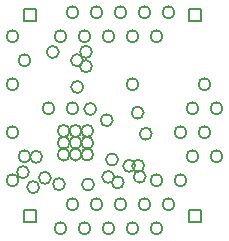
<source format=gbr>
%TF.GenerationSoftware,Altium Limited,Altium Designer,21.3.2 (30)*%
G04 Layer_Color=2752767*
%FSLAX26Y26*%
%MOIN*%
%TF.SameCoordinates,7249F2FC-C291-4BAF-AEBD-B68F3D0C2602*%
%TF.FilePolarity,Positive*%
%TF.FileFunction,Drawing*%
%TF.Part,Single*%
G01*
G75*
%TA.AperFunction,NonConductor*%
%ADD45C,0.005000*%
%ADD46C,0.006667*%
D45*
X4110000Y3330000D02*
Y3370000D01*
X4150000D01*
Y3330000D01*
X4110000D01*
Y2660000D02*
Y2700000D01*
X4150000D01*
Y2660000D01*
X4110000D01*
X3560000D02*
Y2700000D01*
X3600000D01*
Y2660000D01*
X3560000D01*
Y3330000D02*
Y3370000D01*
X3600000D01*
Y3330000D01*
X3560000D01*
D46*
X4180000Y3120000D02*
G03*
X4180000Y3120000I-20000J0D01*
G01*
X4220000Y3040000D02*
G03*
X4220000Y3040000I-20000J0D01*
G01*
X4180000Y2960000D02*
G03*
X4180000Y2960000I-20000J0D01*
G01*
X4220000Y2880000D02*
G03*
X4220000Y2880000I-20000J0D01*
G01*
X4140000Y3040000D02*
G03*
X4140000Y3040000I-20000J0D01*
G01*
X4100000Y2960000D02*
G03*
X4100000Y2960000I-20000J0D01*
G01*
X4140000Y2880000D02*
G03*
X4140000Y2880000I-20000J0D01*
G01*
X4100000Y2800000D02*
G03*
X4100000Y2800000I-20000J0D01*
G01*
X4060000Y3360000D02*
G03*
X4060000Y3360000I-20000J0D01*
G01*
X4020000Y3280000D02*
G03*
X4020000Y3280000I-20000J0D01*
G01*
Y2800000D02*
G03*
X4020000Y2800000I-20000J0D01*
G01*
X4060000Y2720000D02*
G03*
X4060000Y2720000I-20000J0D01*
G01*
X4020000Y2640000D02*
G03*
X4020000Y2640000I-20000J0D01*
G01*
X3980000Y3360000D02*
G03*
X3980000Y3360000I-20000J0D01*
G01*
X3940000Y3280000D02*
G03*
X3940000Y3280000I-20000J0D01*
G01*
Y3120000D02*
G03*
X3940000Y3120000I-20000J0D01*
G01*
X3980000Y2720000D02*
G03*
X3980000Y2720000I-20000J0D01*
G01*
X3940000Y2640000D02*
G03*
X3940000Y2640000I-20000J0D01*
G01*
X3900000Y3360000D02*
G03*
X3900000Y3360000I-20000J0D01*
G01*
X3860000Y3280000D02*
G03*
X3860000Y3280000I-20000J0D01*
G01*
X3900000Y2720000D02*
G03*
X3900000Y2720000I-20000J0D01*
G01*
X3860000Y2640000D02*
G03*
X3860000Y2640000I-20000J0D01*
G01*
X3820000Y3360000D02*
G03*
X3820000Y3360000I-20000J0D01*
G01*
X3780000Y3280000D02*
G03*
X3780000Y3280000I-20000J0D01*
G01*
X3820000Y2720000D02*
G03*
X3820000Y2720000I-20000J0D01*
G01*
X3780000Y2640000D02*
G03*
X3780000Y2640000I-20000J0D01*
G01*
X3740000Y3360000D02*
G03*
X3740000Y3360000I-20000J0D01*
G01*
X3700000Y3280000D02*
G03*
X3700000Y3280000I-20000J0D01*
G01*
X3740000Y3040000D02*
G03*
X3740000Y3040000I-20000J0D01*
G01*
Y2720000D02*
G03*
X3740000Y2720000I-20000J0D01*
G01*
X3700000Y2640000D02*
G03*
X3700000Y2640000I-20000J0D01*
G01*
X3660000Y3040000D02*
G03*
X3660000Y3040000I-20000J0D01*
G01*
X3540000Y3280000D02*
G03*
X3540000Y3280000I-20000J0D01*
G01*
X3580000Y3200000D02*
G03*
X3580000Y3200000I-20000J0D01*
G01*
X3540000Y3120000D02*
G03*
X3540000Y3120000I-20000J0D01*
G01*
Y2960000D02*
G03*
X3540000Y2960000I-20000J0D01*
G01*
X3580000Y2880000D02*
G03*
X3580000Y2880000I-20000J0D01*
G01*
X3540000Y2800000D02*
G03*
X3540000Y2800000I-20000J0D01*
G01*
X3575000Y2827000D02*
G03*
X3575000Y2827000I-20000J0D01*
G01*
X3891000Y2793000D02*
G03*
X3891000Y2793000I-20000J0D01*
G01*
X3792000Y2786000D02*
G03*
X3792000Y2786000I-20000J0D01*
G01*
X3695000Y2787000D02*
G03*
X3695000Y2787000I-20000J0D01*
G01*
X3984342Y2954945D02*
G03*
X3984342Y2954945I-20000J0D01*
G01*
X3957299Y3025205D02*
G03*
X3957299Y3025205I-20000J0D01*
G01*
X3872000Y2869000D02*
G03*
X3872000Y2869000I-20000J0D01*
G01*
X3929000Y2848000D02*
G03*
X3929000Y2848000I-20000J0D01*
G01*
X3959000D02*
G03*
X3959000Y2848000I-20000J0D01*
G01*
X3648000Y2808000D02*
G03*
X3648000Y2808000I-20000J0D01*
G01*
X3619000Y2878000D02*
G03*
X3619000Y2878000I-20000J0D01*
G01*
X3609000Y2777000D02*
G03*
X3609000Y2777000I-20000J0D01*
G01*
X3755000Y3200000D02*
G03*
X3755000Y3200000I-20000J0D01*
G01*
X3799213Y3037417D02*
G03*
X3799213Y3037417I-20000J0D01*
G01*
X3756000Y3110905D02*
G03*
X3756000Y3110905I-20000J0D01*
G01*
X3859000Y2811000D02*
G03*
X3859000Y2811000I-20000J0D01*
G01*
X3964000Y2812000D02*
G03*
X3964000Y2812000I-20000J0D01*
G01*
X3785000Y3180000D02*
G03*
X3785000Y3180000I-20000J0D01*
G01*
Y3228000D02*
G03*
X3785000Y3228000I-20000J0D01*
G01*
X3674472Y3227528D02*
G03*
X3674472Y3227528I-20000J0D01*
G01*
X3854000Y3000000D02*
G03*
X3854000Y3000000I-20000J0D01*
G01*
X3789370Y2964370D02*
G03*
X3789370Y2964370I-20000J0D01*
G01*
Y2925000D02*
G03*
X3789370Y2925000I-20000J0D01*
G01*
Y2885630D02*
G03*
X3789370Y2885630I-20000J0D01*
G01*
X3750000Y2964370D02*
G03*
X3750000Y2964370I-20000J0D01*
G01*
Y2925000D02*
G03*
X3750000Y2925000I-20000J0D01*
G01*
Y2885630D02*
G03*
X3750000Y2885630I-20000J0D01*
G01*
X3710630Y2964370D02*
G03*
X3710630Y2964370I-20000J0D01*
G01*
Y2925000D02*
G03*
X3710630Y2925000I-20000J0D01*
G01*
Y2885630D02*
G03*
X3710630Y2885630I-20000J0D01*
G01*
%TF.MD5,612f2ec3de6228f4e66cb57a61f851e8*%
M02*

</source>
